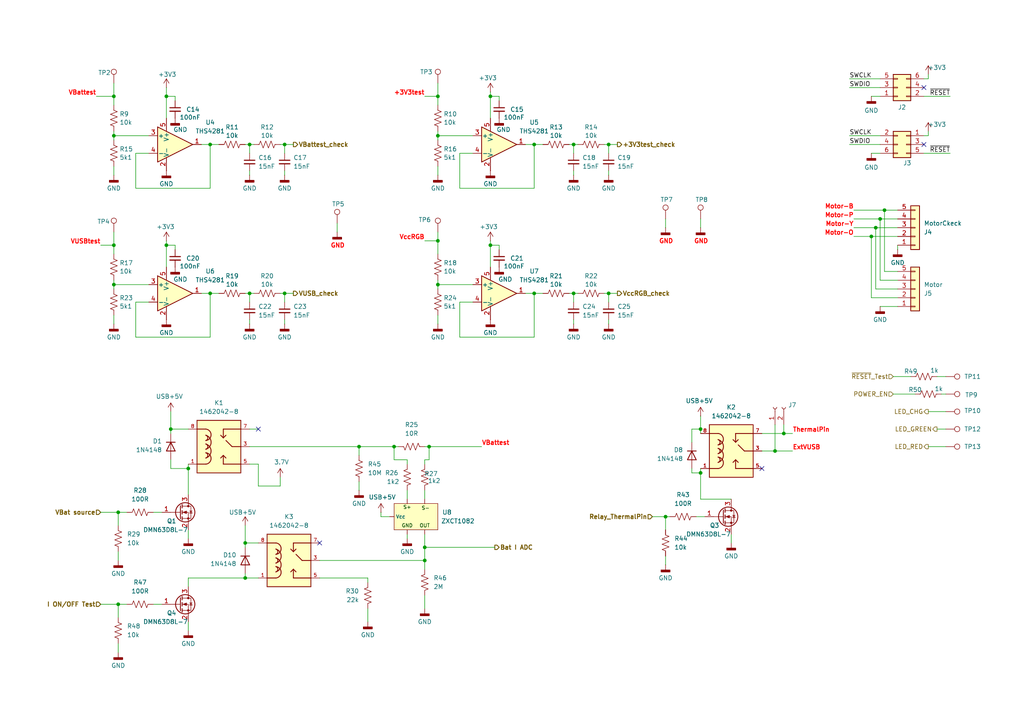
<source format=kicad_sch>
(kicad_sch (version 20250114) (generator "eeschema") (generator_version "9.0")
  (paper "A4")
  (junction (at 166.37 41.91))
  (junction (at 154.94 85.09))
  (junction (at 60.96 85.09))
  (junction (at 154.94 41.91))
  (junction (at 127 82.55))
  (junction (at 193.04 149.86))
  (junction (at 227.33 125.73))
  (junction (at 127 69.85))
  (junction (at 72.39 41.91))
  (junction (at 48.26 71.12))
  (junction (at 48.26 27.94))
  (junction (at 33.02 39.37))
  (junction (at 127 27.94))
  (junction (at 33.02 71.12))
  (junction (at 254 66.04))
  (junction (at 49.53 124.46))
  (junction (at 54.61 135.89))
  (junction (at 256.54 60.96))
  (junction (at 72.39 85.09))
  (junction (at 71.12 157.48))
  (junction (at 142.24 27.94))
  (junction (at 34.29 175.26))
  (junction (at 255.27 63.5))
  (junction (at 203.2 124.46))
  (junction (at 203.2 137.16))
  (junction (at 142.24 71.12))
  (junction (at 176.53 41.91))
  (junction (at 123.19 162.56))
  (junction (at 114.3 129.54))
  (junction (at 33.02 27.94))
  (junction (at 252.73 68.58))
  (junction (at 60.96 41.91))
  (junction (at 127 39.37))
  (junction (at 34.29 148.59))
  (junction (at 71.12 167.64))
  (junction (at 166.37 85.09))
  (junction (at 224.79 130.81))
  (junction (at 82.55 85.09))
  (junction (at 176.53 85.09))
  (junction (at 82.55 41.91))
  (junction (at 123.19 158.75))
  (junction (at 33.02 82.55))
  (junction (at 124.46 129.54))
  (junction (at 104.14 129.54))
  (no_connect (at 267.97 25.4))
  (no_connect (at 220.98 135.89))
  (no_connect (at 267.97 41.91))
  (no_connect (at 92.71 157.48))
  (no_connect (at 74.93 124.46))
  (wire (pts (xy 49.53 125.73) (xy 49.53 124.46)))
  (wire (pts (xy 166.37 41.91) (xy 165.1 41.91)))
  (wire (pts (xy 124.46 129.54) (xy 123.19 129.54)))
  (wire (pts (xy 74.93 134.62) (xy 74.93 140.97)))
  (wire (pts (xy 142.24 26.67) (xy 142.24 27.94)))
  (wire (pts (xy 34.29 186.69) (xy 34.29 189.23)))
  (wire (pts (xy 104.14 139.7) (xy 104.14 142.24)))
  (wire (pts (xy 154.94 85.09) (xy 157.48 85.09)))
  (wire (pts (xy 39.37 44.45) (xy 43.18 44.45)))
  (wire (pts (xy 127 27.94) (xy 127 30.48)))
  (wire (pts (xy 74.93 124.46) (xy 72.39 124.46)))
  (wire (pts (xy 127 81.28) (xy 127 82.55)))
  (wire (pts (xy 127 69.85) (xy 127 73.66)))
  (wire (pts (xy 255.27 25.4) (xy 246.38 25.4)))
  (wire (pts (xy 127 67.31) (xy 127 69.85)))
  (wire (pts (xy 127 48.26) (xy 127 50.8)))
  (wire (pts (xy 124.46 129.54) (xy 124.46 133.35)))
  (wire (pts (xy 201.93 149.86) (xy 204.47 149.86)))
  (wire (pts (xy 154.94 97.79) (xy 154.94 85.09)))
  (wire (pts (xy 33.02 71.12) (xy 33.02 73.66)))
  (wire (pts (xy 106.68 167.64) (xy 106.68 168.91)))
  (wire (pts (xy 133.35 87.63) (xy 133.35 97.79)))
  (wire (pts (xy 33.02 81.28) (xy 33.02 82.55)))
  (wire (pts (xy 54.61 156.21) (xy 54.61 153.67)))
  (wire (pts (xy 34.29 160.02) (xy 34.29 162.56)))
  (wire (pts (xy 50.8 29.21) (xy 50.8 27.94)))
  (wire (pts (xy 104.14 129.54) (xy 104.14 132.08)))
  (wire (pts (xy 259.08 109.22) (xy 264.16 109.22)))
  (wire (pts (xy 166.37 49.53) (xy 166.37 50.8)))
  (wire (pts (xy 124.46 129.54) (xy 139.7 129.54)))
  (wire (pts (xy 259.08 114.3) (xy 265.43 114.3)))
  (wire (pts (xy 252.73 44.45) (xy 255.27 44.45)))
  (wire (pts (xy 254 66.04) (xy 254 83.82)))
  (wire (pts (xy 166.37 85.09) (xy 166.37 87.63)))
  (wire (pts (xy 246.38 39.37) (xy 255.27 39.37)))
  (wire (pts (xy 123.19 154.94) (xy 123.19 158.75)))
  (wire (pts (xy 118.11 133.35) (xy 114.3 133.35)))
  (wire (pts (xy 34.29 148.59) (xy 36.83 148.59)))
  (wire (pts (xy 167.64 85.09) (xy 166.37 85.09)))
  (wire (pts (xy 60.96 85.09) (xy 63.5 85.09)))
  (wire (pts (xy 110.49 149.86) (xy 113.03 149.86)))
  (wire (pts (xy 71.12 167.64) (xy 71.12 166.37)))
  (wire (pts (xy 252.73 68.58) (xy 260.35 68.58)))
  (wire (pts (xy 133.35 97.79) (xy 154.94 97.79)))
  (wire (pts (xy 74.93 134.62) (xy 72.39 134.62)))
  (wire (pts (xy 267.97 44.45) (xy 275.59 44.45)))
  (wire (pts (xy 254 66.04) (xy 260.35 66.04)))
  (wire (pts (xy 33.02 24.13) (xy 33.02 27.94)))
  (wire (pts (xy 49.53 119.38) (xy 49.53 124.46)))
  (wire (pts (xy 73.66 85.09) (xy 72.39 85.09)))
  (wire (pts (xy 246.38 41.91) (xy 255.27 41.91)))
  (wire (pts (xy 255.27 63.5) (xy 255.27 81.28)))
  (wire (pts (xy 92.71 167.64) (xy 106.68 167.64)))
  (wire (pts (xy 123.19 158.75) (xy 123.19 162.56)))
  (wire (pts (xy 33.02 38.1) (xy 33.02 39.37)))
  (wire (pts (xy 39.37 97.79) (xy 60.96 97.79)))
  (wire (pts (xy 48.26 69.85) (xy 48.26 71.12)))
  (wire (pts (xy 133.35 44.45) (xy 137.16 44.45)))
  (wire (pts (xy 39.37 54.61) (xy 60.96 54.61)))
  (wire (pts (xy 114.3 133.35) (xy 114.3 129.54)))
  (wire (pts (xy 50.8 72.39) (xy 50.8 71.12)))
  (wire (pts (xy 274.32 114.3) (xy 273.05 114.3)))
  (wire (pts (xy 193.04 149.86) (xy 193.04 153.67)))
  (wire (pts (xy 247.65 63.5) (xy 255.27 63.5)))
  (wire (pts (xy 247.65 60.96) (xy 256.54 60.96)))
  (wire (pts (xy 49.53 135.89) (xy 49.53 133.35)))
  (wire (pts (xy 72.39 41.91) (xy 72.39 44.45)))
  (wire (pts (xy 54.61 182.88) (xy 54.61 180.34)))
  (wire (pts (xy 39.37 87.63) (xy 39.37 97.79)))
  (wire (pts (xy 176.53 49.53) (xy 176.53 50.8)))
  (wire (pts (xy 255.27 81.28) (xy 260.35 81.28)))
  (wire (pts (xy 54.61 167.64) (xy 71.12 167.64)))
  (wire (pts (xy 48.26 25.4) (xy 48.26 27.94)))
  (wire (pts (xy 92.71 162.56) (xy 123.19 162.56)))
  (wire (pts (xy 200.66 128.27) (xy 200.66 124.46)))
  (wire (pts (xy 269.24 22.86) (xy 267.97 22.86)))
  (wire (pts (xy 227.33 125.73) (xy 229.87 125.73)))
  (wire (pts (xy 60.96 54.61) (xy 60.96 41.91)))
  (wire (pts (xy 179.07 41.91) (xy 176.53 41.91)))
  (wire (pts (xy 58.42 41.91) (xy 60.96 41.91)))
  (wire (pts (xy 179.07 85.09) (xy 176.53 85.09)))
  (wire (pts (xy 144.78 29.21) (xy 144.78 27.94)))
  (wire (pts (xy 123.19 162.56) (xy 123.19 165.1)))
  (wire (pts (xy 54.61 135.89) (xy 54.61 134.62)))
  (wire (pts (xy 82.55 85.09) (xy 82.55 87.63)))
  (wire (pts (xy 72.39 85.09) (xy 72.39 87.63)))
  (wire (pts (xy 154.94 41.91) (xy 157.48 41.91)))
  (wire (pts (xy 269.24 129.54) (xy 274.32 129.54)))
  (wire (pts (xy 200.66 124.46) (xy 203.2 124.46)))
  (wire (pts (xy 189.23 149.86) (xy 193.04 149.86)))
  (wire (pts (xy 200.66 135.89) (xy 200.66 137.16)))
  (wire (pts (xy 29.21 175.26) (xy 34.29 175.26)))
  (wire (pts (xy 27.94 27.94) (xy 33.02 27.94)))
  (wire (pts (xy 247.65 68.58) (xy 252.73 68.58)))
  (wire (pts (xy 255.27 63.5) (xy 260.35 63.5)))
  (wire (pts (xy 152.4 41.91) (xy 154.94 41.91)))
  (wire (pts (xy 255.27 22.86) (xy 246.38 22.86)))
  (wire (pts (xy 58.42 85.09) (xy 60.96 85.09)))
  (wire (pts (xy 82.55 41.91) (xy 81.28 41.91)))
  (wire (pts (xy 252.73 86.36) (xy 260.35 86.36)))
  (wire (pts (xy 123.19 133.35) (xy 123.19 134.62)))
  (wire (pts (xy 39.37 87.63) (xy 43.18 87.63)))
  (wire (pts (xy 144.78 27.94) (xy 142.24 27.94)))
  (wire (pts (xy 127 91.44) (xy 127 93.98)))
  (wire (pts (xy 54.61 167.64) (xy 54.61 170.18)))
  (wire (pts (xy 203.2 120.65) (xy 203.2 124.46)))
  (wire (pts (xy 166.37 41.91) (xy 166.37 44.45)))
  (wire (pts (xy 269.24 21.59) (xy 269.24 22.86)))
  (wire (pts (xy 144.78 71.12) (xy 142.24 71.12)))
  (wire (pts (xy 33.02 82.55) (xy 33.02 83.82)))
  (wire (pts (xy 212.09 157.48) (xy 212.09 154.94)))
  (wire (pts (xy 33.02 91.44) (xy 33.02 93.98)))
  (wire (pts (xy 252.73 68.58) (xy 252.73 86.36)))
  (wire (pts (xy 110.49 148.59) (xy 110.49 149.86)))
  (wire (pts (xy 44.45 175.26) (xy 46.99 175.26)))
  (wire (pts (xy 133.35 54.61) (xy 154.94 54.61)))
  (wire (pts (xy 85.09 85.09) (xy 82.55 85.09)))
  (wire (pts (xy 152.4 85.09) (xy 154.94 85.09)))
  (wire (pts (xy 176.53 85.09) (xy 176.53 87.63)))
  (wire (pts (xy 72.39 92.71) (xy 72.39 93.98)))
  (wire (pts (xy 29.21 71.12) (xy 33.02 71.12)))
  (wire (pts (xy 49.53 135.89) (xy 54.61 135.89)))
  (wire (pts (xy 142.24 71.12) (xy 142.24 77.47)))
  (wire (pts (xy 252.73 27.94) (xy 255.27 27.94)))
  (wire (pts (xy 44.45 148.59) (xy 46.99 148.59)))
  (wire (pts (xy 256.54 60.96) (xy 256.54 78.74)))
  (wire (pts (xy 106.68 176.53) (xy 106.68 180.34)))
  (wire (pts (xy 118.11 142.24) (xy 118.11 144.78)))
  (wire (pts (xy 82.55 92.71) (xy 82.55 93.98)))
  (wire (pts (xy 127 39.37) (xy 127 40.64)))
  (wire (pts (xy 254 83.82) (xy 260.35 83.82)))
  (wire (pts (xy 97.79 67.31) (xy 97.79 64.77)))
  (wire (pts (xy 247.65 66.04) (xy 254 66.04)))
  (wire (pts (xy 123.19 158.75) (xy 143.51 158.75)))
  (wire (pts (xy 33.02 67.31) (xy 33.02 71.12)))
  (wire (pts (xy 144.78 72.39) (xy 144.78 71.12)))
  (wire (pts (xy 274.32 124.46) (xy 271.78 124.46)))
  (wire (pts (xy 33.02 39.37) (xy 43.18 39.37)))
  (wire (pts (xy 203.2 137.16) (xy 203.2 144.78)))
  (wire (pts (xy 60.96 97.79) (xy 60.96 85.09)))
  (wire (pts (xy 124.46 133.35) (xy 123.19 133.35)))
  (wire (pts (xy 224.79 130.81) (xy 229.87 130.81)))
  (wire (pts (xy 220.98 125.73) (xy 227.33 125.73)))
  (wire (pts (xy 256.54 60.96) (xy 260.35 60.96)))
  (wire (pts (xy 82.55 41.91) (xy 82.55 44.45)))
  (wire (pts (xy 203.2 144.78) (xy 212.09 144.78)))
  (wire (pts (xy 200.66 137.16) (xy 203.2 137.16)))
  (wire (pts (xy 72.39 41.91) (xy 71.12 41.91)))
  (wire (pts (xy 82.55 49.53) (xy 82.55 50.8)))
  (wire (pts (xy 33.02 27.94) (xy 33.02 30.48)))
  (wire (pts (xy 193.04 149.86) (xy 194.31 149.86)))
  (wire (pts (xy 54.61 135.89) (xy 54.61 143.51)))
  (wire (pts (xy 269.24 38.1) (xy 269.24 39.37)))
  (wire (pts (xy 274.32 119.38) (xy 269.24 119.38)))
  (wire (pts (xy 203.2 124.46) (xy 203.2 125.73)))
  (wire (pts (xy 176.53 41.91) (xy 175.26 41.91)))
  (wire (pts (xy 81.28 140.97) (xy 81.28 138.43)))
  (wire (pts (xy 154.94 54.61) (xy 154.94 41.91)))
  (wire (pts (xy 33.02 39.37) (xy 33.02 40.64)))
  (wire (pts (xy 193.04 161.29) (xy 193.04 163.83)))
  (wire (pts (xy 275.59 27.94) (xy 267.97 27.94)))
  (wire (pts (xy 50.8 27.94) (xy 48.26 27.94)))
  (wire (pts (xy 71.12 152.4) (xy 71.12 157.48)))
  (wire (pts (xy 29.21 148.59) (xy 34.29 148.59)))
  (wire (pts (xy 33.02 48.26) (xy 33.02 50.8)))
  (wire (pts (xy 220.98 130.81) (xy 224.79 130.81)))
  (wire (pts (xy 118.11 156.21) (xy 118.11 154.94)))
  (wire (pts (xy 260.35 72.39) (xy 260.35 71.12)))
  (wire (pts (xy 133.35 44.45) (xy 133.35 54.61)))
  (wire (pts (xy 166.37 92.71) (xy 166.37 93.98)))
  (wire (pts (xy 123.19 142.24) (xy 123.19 144.78)))
  (wire (pts (xy 34.29 175.26) (xy 34.29 179.07)))
  (wire (pts (xy 118.11 134.62) (xy 118.11 133.35)))
  (wire (pts (xy 114.3 129.54) (xy 115.57 129.54)))
  (wire (pts (xy 193.04 66.04) (xy 193.04 63.5)))
  (wire (pts (xy 72.39 49.53) (xy 72.39 50.8)))
  (wire (pts (xy 224.79 123.19) (xy 224.79 130.81)))
  (wire (pts (xy 34.29 148.59) (xy 34.29 152.4)))
  (wire (pts (xy 71.12 157.48) (xy 71.12 158.75)))
  (wire (pts (xy 127 24.13) (xy 127 27.94)))
  (wire (pts (xy 85.09 41.91) (xy 82.55 41.91)))
  (wire (pts (xy 123.19 176.53) (xy 123.19 172.72)))
  (wire (pts (xy 176.53 85.09) (xy 175.26 85.09)))
  (wire (pts (xy 274.32 109.22) (xy 271.78 109.22)))
  (wire (pts (xy 203.2 135.89) (xy 203.2 137.16)))
  (wire (pts (xy 255.27 88.9) (xy 260.35 88.9)))
  (wire (pts (xy 142.24 69.85) (xy 142.24 71.12)))
  (wire (pts (xy 123.19 27.94) (xy 127 27.94)))
  (wire (pts (xy 127 38.1) (xy 127 39.37)))
  (wire (pts (xy 269.24 39.37) (xy 267.97 39.37)))
  (wire (pts (xy 50.8 71.12) (xy 48.26 71.12)))
  (wire (pts (xy 39.37 44.45) (xy 39.37 54.61)))
  (wire (pts (xy 227.33 123.19) (xy 227.33 125.73)))
  (wire (pts (xy 34.29 175.26) (xy 36.83 175.26)))
  (wire (pts (xy 72.39 129.54) (xy 104.14 129.54)))
  (wire (pts (xy 176.53 92.71) (xy 176.53 93.98)))
  (wire (pts (xy 60.96 41.91) (xy 63.5 41.91)))
  (wire (pts (xy 49.53 124.46) (xy 54.61 124.46)))
  (wire (pts (xy 33.02 82.55) (xy 43.18 82.55)))
  (wire (pts (xy 127 39.37) (xy 137.16 39.37)))
  (wire (pts (xy 176.53 41.91) (xy 176.53 44.45)))
  (wire (pts (xy 142.24 27.94) (xy 142.24 34.29)))
  (wire (pts (xy 82.55 85.09) (xy 81.28 85.09)))
  (wire (pts (xy 48.26 27.94) (xy 48.26 34.29)))
  (wire (pts (xy 74.93 167.64) (xy 71.12 167.64)))
  (wire (pts (xy 72.39 85.09) (xy 71.12 85.09)))
  (wire (pts (xy 48.26 71.12) (xy 48.26 77.47)))
  (wire (pts (xy 256.54 78.74) (xy 260.35 78.74)))
  (wire (pts (xy 123.19 69.85) (xy 127 69.85)))
  (wire (pts (xy 73.66 41.91) (xy 72.39 41.91)))
  (wire (pts (xy 203.2 66.04) (xy 203.2 63.5)))
  (wire (pts (xy 127 82.55) (xy 127 83.82)))
  (wire (pts (xy 166.37 85.09) (xy 165.1 85.09)))
  (wire (pts (xy 74.93 140.97) (xy 81.28 140.97)))
  (wire (pts (xy 167.64 41.91) (xy 166.37 41.91)))
  (wire (pts (xy 127 82.55) (xy 137.16 82.55)))
  (wire (pts (xy 104.14 129.54) (xy 114.3 129.54)))
  (wire (pts (xy 74.93 157.48) (xy 71.12 157.48)))
  (wire (pts (xy 133.35 87.63) (xy 137.16 87.63)))
  (label "+3V3test" (at 123.19 27.94 180) (effects (font (thickness 0.254) (bold yes))))
  (label "SWCLK" (at 246.38 22.86 0))
  (label "SWCLK" (at 246.38 39.37 0))
  (label "Motor-Y" (at 247.65 66.04 180) (effects (font (thickness 0.254) (bold yes))))
  (label "VUSBtest" (at 29.21 71.12 180) (effects (font (thickness 0.254) (bold yes))))
  (label "VBattest" (at 139.7 129.54 0) (effects (font (thickness 0.254) (bold yes))))
  (label "VccRGB" (at 123.19 69.85 180) (effects (font (thickness 0.254) (bold yes))))
  (label "Motor-P" (at 247.65 63.5 180) (effects (font (thickness 0.254) (bold yes))))
  (label "Motor-O" (at 247.65 68.58 180) (effects (font (thickness 0.254) (bold yes))))
  (label "ExtVUSB" (at 229.87 130.81 0) (effects (font (thickness 0.254) (bold yes))))
  (label "Motor-B" (at 247.65 60.96 180) (effects (font (thickness 0.254) (bold yes))))
  (label "SWDIO" (at 246.38 25.4 0))
  (label "~{RESET}" (at 275.59 27.94 180))
  (label "~{RESET}" (at 275.59 44.45 180))
  (label "VBattest" (at 27.94 27.94 180) (effects (font (thickness 0.254) (bold yes))))
  (label "ThermalPin" (at 229.87 125.73 0) (effects (font (thickness 0.254) (bold yes))))
  (label "SWDIO" (at 246.38 41.91 0))
  (hierarchical_label "LED_RED" (shape output) (at 269.24 129.54 180) (effects (font (thickness 0.1588))))
  (hierarchical_label "+3V3test_check" (shape output) (at 179.07 41.91 0) (effects (font (thickness 0.254) (bold yes))))
  (hierarchical_label "~{RESET}_Test" (shape input) (at 259.08 109.22 180) (effects (font (thickness 0.1588))))
  (hierarchical_label "VBat source" (shape input) (at 29.21 148.59 180) (effects (font (thickness 0.254) (bold yes))))
  (hierarchical_label "POWER_EN" (shape input) (at 259.08 114.3 180) (effects (font (thickness 0.1588))))
  (hierarchical_label "VccRGB_check" (shape output) (at 179.07 85.09 0) (effects (font (thickness 0.254) (bold yes))))
  (hierarchical_label "LED_GREEN" (shape output) (at 271.78 124.46 180) (effects (font (thickness 0.1588))))
  (hierarchical_label "Bat I ADC " (shape output) (at 143.51 158.75 0) (effects (font (thickness 0.254) (bold yes))))
  (hierarchical_label "LED_CHG" (shape output) (at 269.24 119.38 180) (effects (font (thickness 0.1588))))
  (hierarchical_label "I ON{slash}OFF Test" (shape input) (at 29.21 175.26 180) (effects (font (thickness 0.254) (bold yes))))
  (hierarchical_label "Relay_ThermalPin" (shape input) (at 189.23 149.86 180) (effects (font (thickness 0.254) (bold yes))))
  (hierarchical_label "VBattest_check" (shape output) (at 85.09 41.91 0) (effects (font (thickness 0.254) (bold yes))))
  (hierarchical_label "VUSB_check" (shape output) (at 85.09 85.09 0) (effects (font (thickness 0.254) (bold yes))))
  (symbol (lib_id "power:+5V") (at 203.2 120.65 0) (mirror y) (unit 1)
    (property "Reference" "#PWR091" (effects (hide yes)))
    (property "Value" "USB+5V" (at 202.819 116.2558 0))
    (property "Description" "Power symbol creates a global label with name \"+5V\"" (effects (hide yes)))
  )
  (symbol (lib_id "power:GNDD") (at 255.27 88.9 0) (unit 1)
    (property "Reference" "#PWR056" (effects (hide yes)))
    (property "Value" "GND" (at 255.27 92.71 0))
    (property "Description" "Power symbol creates a global label with name \"GNDD\" , digital ground" (effects (hide yes)))
  )
  (symbol (lib_id "FED3 SymbLib:THS4281DBVT") (at 144.78 41.91 0) (unit 1)
    (property "Reference" "U5" (at 154.94 35.4898 0))
    (property "Value" "THS4281" (at 154.94 38.0298 0))
    (property "Footprint" "Package_TO_SOT_SMD:SOT-23-5" (effects (hide yes)))
    (property "Description" "OPAMP VFB 1 CIRCUIT" (effects (hide yes)))
    (property "MPN" "THS4281DBVT" (effects (hide yes)))
    (property "OEPSPN" "OEPS080038" (effects (hide yes)))
  )
  (symbol (lib_id "Device:R_US") (at 104.14 135.89 180) (unit 1)
    (property "Reference" "R45" (at 106.68 134.6199 0) (effects (justify right)))
    (property "Value" "10M" (at 106.68 137.1599 0) (effects (justify right)))
    (property "Footprint" "Resistor_SMD:R_0402_1005Metric" (effects (hide yes)))
    (property "Description" "SMD 0402 10kΩ ±0.1% 0.063W" (effects (hide yes)))
    (property "MPN" "b6ryh" (effects (hide yes)))
    (property "OEPSPN" "456yert" (effects (hide yes)))
  )
  (symbol (lib_id "Connector_Generic:Conn_01x05") (at 265.43 66.04 0) (mirror x) (unit 1)
    (property "Reference" "J4" (at 267.97 67.3101 0) (effects (justify left)))
    (property "Value" "MotorCkeck" (at 267.97 64.7701 0) (effects (justify left)))
    (property "Footprint" "Connector_PinSocket_2.54mm:PinSocket_1x05_P2.54mm_Vertical" (effects (hide yes)))
    (property "Description" "Generic connector, single row, 01x05, script generated (kicad-library-utils/schlib/autogen/connector/)" (effects (hide yes)))
    (property "OEPSPN" "TBD" (effects (hide yes)))
    (property "MPN" "TBD" (effects (hide yes)))
  )
  (symbol (lib_id "power:GNDD") (at 34.29 162.56 0) (unit 1)
    (property "Reference" "#PWR059" (effects (hide yes)))
    (property "Value" "GND" (at 34.29 166.37 0))
    (property "Description" "Power symbol creates a global label with name \"GNDD\" , digital ground" (effects (hide yes)))
  )
  (symbol (lib_id "Connector:TestPoint") (at 274.32 119.38 270) (unit 1) (in_bom no)
    (property "Reference" "TP10" (at 279.654 119.126 90) (effects (justify left)))
    (property "Value" "GND" (effects (hide yes)))
    (property "Footprint" "FED3_PCBLib:Pin_D1.75mm_1" (effects (hide yes)))
  )
  (symbol (lib_id "Device:R_US") (at 33.02 77.47 180) (unit 1)
    (property "Reference" "R17" (at 34.671 76.2578 0) (effects (justify right)))
    (property "Value" "10k" (at 34.671 78.6821 0) (effects (justify right)))
    (property "Footprint" "Resistor_SMD:R_0402_1005Metric" (effects (hide yes)))
    (property "Description" "SMD 0402 10kΩ ±0.1% 0.063W" (effects (hide yes)))
    (property "MPN" "CPF0402B10KE1" (effects (hide yes)))
    (property "OEPSPN" "OEPS020043" (effects (hide yes)))
  )
  (symbol (lib_id "power:GNDD") (at 97.79 67.31 0) (unit 1)
    (property "Reference" "#PWR039" (effects (hide yes)))
    (property "Value" "GND" (at 95.758 71.12 0) (effects (font (thickness 0.254) (bold yes)) (justify left)))
    (property "Description" "Power symbol creates a global label with name \"GNDD\" , digital ground" (effects (hide yes)))
  )
  (symbol (lib_id "power:GNDD") (at 33.02 93.98 0) (unit 1)
    (property "Reference" "#PWR046" (effects (hide yes)))
    (property "Value" "GND" (at 33.02 97.79 0))
    (property "Description" "Power symbol creates a global label with name \"GNDD\" , digital ground" (effects (hide yes)))
  )
  (symbol (lib_id "power:GNDD") (at 72.39 93.98 0) (unit 1)
    (property "Reference" "#PWR047" (effects (hide yes)))
    (property "Value" "GND" (at 72.39 97.79 0))
    (property "Description" "Power symbol creates a global label with name \"GNDD\" , digital ground" (effects (hide yes)))
  )
  (symbol (lib_id "Device:R_US") (at 161.29 85.09 90) (unit 1)
    (property "Reference" "R21" (at 161.29 80.0565 90))
    (property "Value" "10k" (at 161.29 82.4808 90))
    (property "Footprint" "Resistor_SMD:R_0402_1005Metric" (effects (hide yes)))
    (property "Description" "SMD 0402 10kΩ ±0.1% 0.063W" (effects (hide yes)))
    (property "MPN" "CPF0402B10KE1" (effects (hide yes)))
    (property "OEPSPN" "OEPS020043" (effects (hide yes)))
  )
  (symbol (lib_id "power:GNDD") (at 54.61 156.21 0) (unit 1)
    (property "Reference" "#PWR057" (effects (hide yes)))
    (property "Value" "GND" (at 54.61 160.02 0))
    (property "Description" "Power symbol creates a global label with name \"GNDD\" , digital ground" (effects (hide yes)))
  )
  (symbol (lib_id "Device:R_US") (at 193.04 157.48 180) (unit 1)
    (property "Reference" "R44" (at 195.58 156.2099 0) (effects (justify right)))
    (property "Value" "10k" (at 195.58 158.7499 0) (effects (justify right)))
    (property "Footprint" "Resistor_SMD:R_0402_1005Metric" (effects (hide yes)))
    (property "Description" "SMD 0402 10kΩ ±0.1% 0.063W" (effects (hide yes)))
    (property "MPN" "CPF0402B10KE1" (effects (hide yes)))
    (property "OEPSPN" "CPF0402B10KE1" (effects (hide yes)))
  )
  (symbol (lib_id "Device:R_US") (at 269.24 114.3 90) (unit 1)
    (property "Reference" "R50" (at 265.43 113.03 90))
    (property "Value" "1k" (at 272.288 112.776 90))
    (property "Footprint" "Resistor_SMD:R_0402_1005Metric" (effects (hide yes)))
    (property "Description" "SMD 0402 1kΩ ±0.1% 0.063W" (effects (hide yes)))
    (property "MPN" "xxx" (effects (hide yes)))
    (property "OEPSPN" "???" (effects (hide yes)))
  )
  (symbol (lib_id "Device:R_US") (at 127 34.29 180) (unit 1)
    (property "Reference" "R10" (at 128.651 33.0778 0) (effects (justify right)))
    (property "Value" "10k" (at 128.651 35.5021 0) (effects (justify right)))
    (property "Footprint" "Resistor_SMD:R_0402_1005Metric" (effects (hide yes)))
    (property "Description" "SMD 0402 10kΩ ±0.1% 0.063W" (effects (hide yes)))
    (property "MPN" "CPF0402B10KE1" (effects (hide yes)))
    (property "OEPSPN" "OEPS020043" (effects (hide yes)))
  )
  (symbol (lib_id "Device:R_US") (at 67.31 85.09 90) (unit 1)
    (property "Reference" "R19" (at 67.31 80.0565 90))
    (property "Value" "10k" (at 67.31 82.4808 90))
    (property "Footprint" "Resistor_SMD:R_0402_1005Metric" (effects (hide yes)))
    (property "Description" "SMD 0402 10kΩ ±0.1% 0.063W" (effects (hide yes)))
    (property "MPN" "CPF0402B10KE1" (effects (hide yes)))
    (property "OEPSPN" "OEPS020043" (effects (hide yes)))
  )
  (symbol (lib_id "Device:R_US") (at 171.45 85.09 90) (unit 1)
    (property "Reference" "R22" (at 171.45 80.0565 90))
    (property "Value" "10k" (at 171.45 82.4808 90))
    (property "Footprint" "Resistor_SMD:R_0402_1005Metric" (effects (hide yes)))
    (property "Description" "SMD 0402 10kΩ ±0.1% 0.063W" (effects (hide yes)))
    (property "MPN" "CPF0402B10KE1" (effects (hide yes)))
    (property "OEPSPN" "OEPS020043" (effects (hide yes)))
  )
  (symbol (lib_id "power:+3V3") (at 269.24 38.1 0) (mirror y) (unit 1)
    (property "Reference" "#+3V02" (effects (hide yes)))
    (property "Value" "+3V3" (at 271.78 36.83 0) (effects (justify bottom)))
  )
  (symbol (lib_id "power:GNDD") (at 142.24 49.53 0) (unit 1)
    (property "Reference" "#PWR031" (effects (hide yes)))
    (property "Value" "GND" (at 142.24 53.34 0))
    (property "Description" "Power symbol creates a global label with name \"GNDD\" , digital ground" (effects (hide yes)))
  )
  (symbol (lib_id "Connector:TestPoint") (at 274.32 129.54 270) (unit 1) (in_bom no)
    (property "Reference" "TP13" (at 279.654 129.54 90) (effects (justify left)))
    (property "Value" "GND" (effects (hide yes)))
    (property "Footprint" "FED3_PCBLib:Pin_D1.75mm_1" (effects (hide yes)))
  )
  (symbol (lib_id "Device:R_US") (at 127 77.47 180) (unit 1)
    (property "Reference" "R18" (at 128.651 76.2578 0) (effects (justify right)))
    (property "Value" "10k" (at 128.651 78.6821 0) (effects (justify right)))
    (property "Footprint" "Resistor_SMD:R_0402_1005Metric" (effects (hide yes)))
    (property "Description" "SMD 0402 10kΩ ±0.1% 0.063W" (effects (hide yes)))
    (property "MPN" "CPF0402B10KE1" (effects (hide yes)))
    (property "OEPSPN" "OEPS020043" (effects (hide yes)))
  )
  (symbol (lib_id "FED3 SymbLib:THS4281DBVT") (at 50.8 85.09 0) (unit 1)
    (property "Reference" "U6" (at 60.96 78.6698 0))
    (property "Value" "THS4281" (at 60.96 81.2098 0))
    (property "Footprint" "Package_TO_SOT_SMD:SOT-23-5" (effects (hide yes)))
    (property "Description" "OPAMP VFB 1 CIRCUIT" (effects (hide yes)))
    (property "MPN" "THS4281DBVT" (effects (hide yes)))
    (property "OEPSPN" "OEPS080038" (effects (hide yes)))
  )
  (symbol (lib_id "Device:R_US") (at 123.19 138.43 0) (mirror x) (unit 1)
    (property "Reference" "R27" (at 127 137.414 0) (effects (justify right)))
    (property "Value" "1k2" (at 127.762 139.446 0) (effects (justify right)))
    (property "Footprint" "Resistor_SMD:R_0603_1608Metric" (effects (hide yes)))
    (property "Description" "SMD 0603 1.87kΩ ±0.1% 0.100W" (effects (hide yes)))
    (property "MPN" "aerg" (effects (hide yes)))
    (property "OEPSPN" "gedg" (effects (hide yes)))
  )
  (symbol (lib_id "Transistor_FET:IRLML2060") (at 52.07 175.26 0) (unit 1)
    (property "Reference" "Q4" (at 49.784 177.8 0))
    (property "Value" "DMN63D8L-7" (at 48.006 180.34 0))
    (property "Footprint" "Package_TO_SOT_SMD:SOT-23" (effects (hide yes)))
    (property "Description" "MOSFET N-CH 30V 350mA" (effects (hide yes)))
    (property "OEPSPN" "OEPS060013" (effects (hide yes)))
    (property "MPN" "DMN63D8L-7" (effects (hide yes)))
  )
  (symbol (lib_id "Device:C_Small") (at 72.39 90.17 0) (mirror y) (unit 1)
    (property "Reference" "C22" (at 74.93 88.9062 0) (effects (justify right)))
    (property "Value" "15nF" (at 74.93 91.4462 0) (effects (justify right)))
    (property "Footprint" "Capacitor_SMD:C_0402_1005Metric_Pad0.74x0.62mm_HandSolder" (effects (hide yes)))
    (property "Description" "Unpolarized capacitor, small symbol" (effects (hide yes)))
    (property "MPN" "CGA2B3X7R1V153K050BB" (effects (hide yes)))
    (property "OEPSPN" "OEPS010023" (effects (hide yes)))
  )
  (symbol (lib_id "Device:R_US") (at 127 44.45 180) (unit 1)
    (property "Reference" "R16" (at 128.651 43.2378 0) (effects (justify right)))
    (property "Value" "5k1" (at 128.651 45.6621 0) (effects (justify right)))
    (property "Footprint" "Resistor_SMD:R_0402_1005Metric" (effects (hide yes)))
    (property "Description" "SMD 0402 5.1kΩ ±1% 0.100W" (effects (hide yes)))
    (property "MPN" "ERJ-2RKF5101X" (effects (hide yes)))
    (property "OEPSPN" "OEPS020173" (effects (hide yes)))
  )
  (symbol (lib_id "Device:C_Small") (at 176.53 90.17 0) (mirror y) (unit 1)
    (property "Reference" "C25" (at 179.07 88.9062 0) (effects (justify right)))
    (property "Value" "15nF" (at 179.07 91.4462 0) (effects (justify right)))
    (property "Footprint" "Capacitor_SMD:C_0402_1005Metric_Pad0.74x0.62mm_HandSolder" (effects (hide yes)))
    (property "Description" "Unpolarized capacitor, small symbol" (effects (hide yes)))
    (property "MPN" "CGA2B3X7R1V153K050BB" (effects (hide yes)))
    (property "OEPSPN" "OEPS010023" (effects (hide yes)))
  )
  (symbol (lib_id "Connector:TestPoint") (at 33.02 67.31 0) (unit 1) (in_bom no)
    (property "Reference" "TP4" (at 28.194 64.262 0) (effects (justify left)))
    (property "Value" "VUSBtest" (effects (hide yes)))
    (property "Footprint" "FED3_PCBLib:Pin_D1.75mm_1" (effects (hide yes)))
    (property "Description" "test point" (effects (hide yes)))
  )
  (symbol (lib_id "Device:R_US") (at 171.45 41.91 90) (unit 1)
    (property "Reference" "R14" (at 171.45 36.8765 90))
    (property "Value" "10k" (at 171.45 39.3008 90))
    (property "Footprint" "Resistor_SMD:R_0402_1005Metric" (effects (hide yes)))
    (property "Description" "SMD 0402 10kΩ ±0.1% 0.063W" (effects (hide yes)))
    (property "MPN" "CPF0402B10KE1" (effects (hide yes)))
    (property "OEPSPN" "OEPS020043" (effects (hide yes)))
  )
  (symbol (lib_id "power:GNDD") (at 54.61 182.88 0) (unit 1)
    (property "Reference" "#PWR098" (effects (hide yes)))
    (property "Value" "GND" (at 54.61 186.69 0))
    (property "Description" "Power symbol creates a global label with name \"GNDD\" , digital ground" (effects (hide yes)))
  )
  (symbol (lib_id "Connector_Generic:Conn_01x05") (at 265.43 83.82 0) (mirror x) (unit 1)
    (property "Reference" "J5" (at 267.97 85.0901 0) (effects (justify left)))
    (property "Value" "Motor" (at 267.97 82.5501 0) (effects (justify left)))
    (property "Footprint" "Connector_PinSocket_2.54mm:PinSocket_1x05_P2.54mm_Horizontal" (effects (hide yes)))
    (property "Description" "Generic connector, single row, 01x05, script generated (kicad-library-utils/schlib/autogen/connector/)" (effects (hide yes)))
    (property "OEPSPN" "TBD" (effects (hide yes)))
    (property "MPN" "TBD" (effects (hide yes)))
  )
  (symbol (lib_id "Diode:1N4148W") (at 71.12 162.56 270) (unit 1)
    (property "Reference" "D10" (at 68.58 160.9724 90) (effects (justify right)))
    (property "Value" "1N4148" (at 68.58 163.5124 90) (effects (justify right)))
    (property "Footprint" "Diode_SMD:D_SOD-123" (effects (hide yes)))
    (property "Datasheet" "https://www.vishay.com/docs/85748/1n4148w.pdf" (effects (hide yes)))
    (property "Description" "75V 0.15A Fast Switching Diode, SOD-123" (effects (hide yes)))
    (property "OEPSPN" "OEPS030017" (effects (hide yes)))
    (property "MPN" "1N4148WX-TP" (effects (hide yes)))
    (property "Sim.Device" "D" (effects (hide yes)))
    (property "Sim.Pins" "1=K 2=A" (effects (hide yes)))
  )
  (symbol (lib_id "FED3 SymbLib:THS4281DBVT") (at 50.8 41.91 0) (unit 1)
    (property "Reference" "U4" (at 60.96 35.4898 0))
    (property "Value" "THS4281" (at 60.96 38.0298 0))
    (property "Footprint" "Package_TO_SOT_SMD:SOT-23-5" (effects (hide yes)))
    (property "Description" "OPAMP VFB 1 CIRCUIT" (effects (hide yes)))
    (property "MPN" "THS4281DBVT" (effects (hide yes)))
    (property "OEPSPN" "OEPS080038" (effects (hide yes)))
  )
  (symbol (lib_id "Device:C_Small") (at 144.78 31.75 0) (mirror y) (unit 1)
    (property "Reference" "C15" (at 151.892 31.75 0) (effects (justify left)))
    (property "Value" "100nF" (at 152.146 34.036 0) (effects (justify left)))
    (property "Footprint" "Capacitor_SMD:C_0402_1005Metric_Pad0.74x0.62mm_HandSolder" (effects (hide yes)))
    (property "Description" "Unpolarized capacitor, small symbol" (effects (hide yes)))
    (property "MPN" "C1005X7R1E104K050BB" (effects (hide yes)))
    (property "OEPSPN" "OEPS010050" (effects (hide yes)))
  )
  (symbol (lib_id "power:GNDD") (at 104.14 142.24 0) (unit 1)
    (property "Reference" "#PWR097" (effects (hide yes)))
    (property "Value" "GND" (at 104.14 146.05 0))
    (property "Description" "Power symbol creates a global label with name \"GNDD\" , digital ground" (effects (hide yes)))
  )
  (symbol (lib_id "power:GNDD") (at 82.55 93.98 0) (unit 1)
    (property "Reference" "#PWR048" (effects (hide yes)))
    (property "Value" "GND" (at 82.55 97.79 0))
    (property "Description" "Power symbol creates a global label with name \"GNDD\" , digital ground" (effects (hide yes)))
  )
  (symbol (lib_id "Device:R_US") (at 198.12 149.86 90) (unit 1)
    (property "Reference" "R43" (at 198.12 143.51 90))
    (property "Value" "100R" (at 198.12 146.05 90))
    (property "Footprint" "Resistor_SMD:R_0402_1005Metric" (effects (hide yes)))
    (property "Description" "SMD 0402 10kΩ ±0.1% 0.063W" (effects (hide yes)))
    (property "MPN" "??" (effects (hide yes)))
    (property "OEPSPN" "??" (effects (hide yes)))
  )
  (symbol (lib_id "Device:R_US") (at 119.38 129.54 90) (mirror x) (unit 1)
    (property "Reference" "R25" (at 119.38 123.19 90))
    (property "Value" "10R" (at 119.38 125.73 90))
    (property "Footprint" "Resistor_SMD:R_0402_1005Metric" (effects (hide yes)))
    (property "Description" "xx" (effects (hide yes)))
    (property "MPN" "xx" (effects (hide yes)))
    (property "OEPSPN" "xx" (effects (hide yes)))
  )
  (symbol (lib_id "Connector:TestPoint") (at 193.04 63.5 0) (unit 1) (in_bom no)
    (property "Reference" "TP7" (at 191.516 57.912 0) (effects (justify left)))
    (property "Value" "GND" (effects (hide yes)))
    (property "Footprint" "FED3_PCBLib:Pin_D1.75mm_1" (effects (hide yes)))
  )
  (symbol (lib_id "Device:R_US") (at 67.31 41.91 90) (unit 1)
    (property "Reference" "R11" (at 67.31 36.8765 90))
    (property "Value" "10k" (at 67.31 39.3008 90))
    (property "Footprint" "Resistor_SMD:R_0402_1005Metric" (effects (hide yes)))
    (property "Description" "SMD 0402 10kΩ ±0.1% 0.063W" (effects (hide yes)))
    (property "MPN" "CPF0402B10KE1" (effects (hide yes)))
    (property "OEPSPN" "OEPS020043" (effects (hide yes)))
  )
  (symbol (lib_id "Device:R_US") (at 77.47 85.09 90) (unit 1)
    (property "Reference" "R20" (at 77.47 80.0565 90))
    (property "Value" "10k" (at 77.47 82.4808 90))
    (property "Footprint" "Resistor_SMD:R_0402_1005Metric" (effects (hide yes)))
    (property "Description" "SMD 0402 10kΩ ±0.1% 0.063W" (effects (hide yes)))
    (property "MPN" "CPF0402B10KE1" (effects (hide yes)))
    (property "OEPSPN" "OEPS020043" (effects (hide yes)))
  )
  (symbol (lib_id "power:GNDD") (at 212.09 157.48 0) (unit 1)
    (property "Reference" "#PWR092" (effects (hide yes)))
    (property "Value" "GND" (at 212.09 161.29 0))
    (property "Description" "Power symbol creates a global label with name \"GNDD\" , digital ground" (effects (hide yes)))
  )
  (symbol (lib_id "Diode:1N4148W") (at 49.53 129.54 270) (unit 1)
    (property "Reference" "D1" (at 46.99 127.9524 90) (effects (justify right)))
    (property "Value" "1N4148" (at 46.99 130.4924 90) (effects (justify right)))
    (property "Footprint" "Diode_SMD:D_SOD-123" (effects (hide yes)))
    (property "Datasheet" "https://www.vishay.com/docs/85748/1n4148w.pdf" (effects (hide yes)))
    (property "Description" "75V 0.15A Fast Switching Diode, SOD-123" (effects (hide yes)))
    (property "OEPSPN" "OEPS030017" (effects (hide yes)))
    (property "MPN" "1N4148WX-TP" (effects (hide yes)))
    (property "Sim.Device" "D" (effects (hide yes)))
    (property "Sim.Pins" "1=K 2=A" (effects (hide yes)))
  )
  (symbol (lib_id "power:GNDD") (at 252.73 27.94 0) (unit 1)
    (property "Reference" "#PWR029" (effects (hide yes)))
    (property "Value" "GND" (at 252.73 32.766 0) (effects (justify bottom)))
    (property "Description" "Power symbol creates a global label with name \"GNDD\" , digital ground" (effects (hide yes)))
  )
  (symbol (lib_id "power:GNDD") (at 34.29 189.23 0) (unit 1)
    (property "Reference" "#PWR099" (effects (hide yes)))
    (property "Value" "GND" (at 34.29 193.04 0))
    (property "Description" "Power symbol creates a global label with name \"GNDD\" , digital ground" (effects (hide yes)))
  )
  (symbol (lib_id "Connector:TestPoint") (at 274.32 124.46 270) (unit 1) (in_bom no)
    (property "Reference" "TP12" (at 279.654 124.46 90) (effects (justify left)))
    (property "Value" "GND" (effects (hide yes)))
    (property "Footprint" "FED3_PCBLib:Pin_D1.75mm_1" (effects (hide yes)))
  )
  (symbol (lib_id "Connector:TestPoint") (at 274.32 109.22 270) (unit 1) (in_bom no)
    (property "Reference" "TP11" (at 279.654 109.22 90) (effects (justify left)))
    (property "Value" "GND" (effects (hide yes)))
    (property "Footprint" "FED3_PCBLib:Pin_D1.75mm_1" (effects (hide yes)))
  )
  (symbol (lib_id "power:+5V") (at 110.49 148.59 0) (unit 1)
    (property "Reference" "#PWR055" (effects (hide yes)))
    (property "Value" "USB+5V" (at 110.871 144.1958 0))
    (property "Description" "Power symbol creates a global label with name \"+5V\"" (effects (hide yes)))
  )
  (symbol (lib_id "power:GNDD") (at 118.11 156.21 0) (mirror y) (unit 1)
    (property "Reference" "#PWR058" (effects (hide yes)))
    (property "Value" "GND" (at 118.11 160.02 0))
    (property "Description" "Power symbol creates a global label with name \"GNDD\" , digital ground" (effects (hide yes)))
  )
  (symbol (lib_id "Device:R_US") (at 106.68 172.72 0) (mirror x) (unit 1)
    (property "Reference" "R30" (at 104.14 171.4499 0) (effects (justify right)))
    (property "Value" "22k" (at 104.14 173.9899 0) (effects (justify right)))
    (property "Footprint" "Resistor_SMD:R_0402_1005Metric" (effects (hide yes)))
    (property "Description" "SMD 0402 100kΩ ±1% 0.063W" (effects (hide yes)))
    (property "MPN" "sth" (effects (hide yes)))
    (property "OEPSPN" "srths" (effects (hide yes)))
  )
  (symbol (lib_id "Device:C_Small") (at 176.53 46.99 0) (mirror y) (unit 1)
    (property "Reference" "C19" (at 179.07 45.7262 0) (effects (justify right)))
    (property "Value" "15nF" (at 179.07 48.2662 0) (effects (justify right)))
    (property "Footprint" "Capacitor_SMD:C_0402_1005Metric_Pad0.74x0.62mm_HandSolder" (effects (hide yes)))
    (property "Description" "Unpolarized capacitor, small symbol" (effects (hide yes)))
    (property "MPN" "CGA2B3X7R1V153K050BB" (effects (hide yes)))
    (property "OEPSPN" "OEPS010023" (effects (hide yes)))
  )
  (symbol (lib_id "power:+3V3") (at 142.24 69.85 0) (unit 1)
    (property "Reference" "#PWR041" (effects (hide yes)))
    (property "Value" "+3V3" (at 141.732 65.786 0))
    (property "Description" "Power symbol creates a global label with name \"+3V3\"" (effects (hide yes)))
  )
  (symbol (lib_id "Device:C_Small") (at 166.37 90.17 0) (mirror y) (unit 1)
    (property "Reference" "C24" (at 168.91 88.9062 0) (effects (justify right)))
    (property "Value" "15nF" (at 168.91 91.4462 0) (effects (justify right)))
    (property "Footprint" "Capacitor_SMD:C_0402_1005Metric_Pad0.74x0.62mm_HandSolder" (effects (hide yes)))
    (property "Description" "Unpolarized capacitor, small symbol" (effects (hide yes)))
    (property "MPN" "CGA2B3X7R1V153K050BB" (effects (hide yes)))
    (property "OEPSPN" "OEPS010023" (effects (hide yes)))
  )
  (symbol (lib_id "FED3 SymbLib:THS4281DBVT") (at 144.78 85.09 0) (unit 1)
    (property "Reference" "U7" (at 154.94 78.6698 0))
    (property "Value" "THS4281" (at 154.94 81.2098 0))
    (property "Footprint" "Package_TO_SOT_SMD:SOT-23-5" (effects (hide yes)))
    (property "Description" "OPAMP VFB 1 CIRCUIT" (effects (hide yes)))
    (property "MPN" "THS4281DBVT" (effects (hide yes)))
    (property "OEPSPN" "OEPS080038" (effects (hide yes)))
  )
  (symbol (lib_id "Device:R_US") (at 267.97 109.22 90) (unit 1)
    (property "Reference" "R49" (at 264.16 107.696 90))
    (property "Value" "1k" (at 271.018 107.442 90))
    (property "Footprint" "Resistor_SMD:R_0402_1005Metric" (effects (hide yes)))
    (property "Description" "SMD 0402 1kΩ ±0.1% 0.063W" (effects (hide yes)))
    (property "MPN" "xxx" (effects (hide yes)))
    (property "OEPSPN" "???" (effects (hide yes)))
  )
  (symbol (lib_id "power:GNDD") (at 176.53 93.98 0) (unit 1)
    (property "Reference" "#PWR051" (effects (hide yes)))
    (property "Value" "GND" (at 176.53 97.79 0))
    (property "Description" "Power symbol creates a global label with name \"GNDD\" , digital ground" (effects (hide yes)))
  )
  (symbol (lib_id "power:GNDD") (at 193.04 66.04 0) (unit 1)
    (property "Reference" "#PWR0101" (effects (hide yes)))
    (property "Value" "GND" (at 191.008 69.85 0) (effects (font (thickness 0.254) (bold yes)) (justify left)))
    (property "Description" "Power symbol creates a global label with name \"GNDD\" , digital ground" (effects (hide yes)))
  )
  (symbol (lib_id "Device:R_US") (at 34.29 156.21 180) (unit 1)
    (property "Reference" "R29" (at 36.83 154.9399 0) (effects (justify right)))
    (property "Value" "10k" (at 36.83 157.4799 0) (effects (justify right)))
    (property "Footprint" "Resistor_SMD:R_0402_1005Metric" (effects (hide yes)))
    (property "Description" "SMD 0402 10kΩ ±0.1% 0.063W" (effects (hide yes)))
    (property "MPN" "CPF0402B10KE1" (effects (hide yes)))
    (property "OEPSPN" "CPF0402B10KE1" (effects (hide yes)))
  )
  (symbol (lib_id "Device:R_US") (at 118.11 138.43 0) (mirror x) (unit 1)
    (property "Reference" "R26" (at 115.57 137.1599 0) (effects (justify right)))
    (property "Value" "1k2" (at 115.824 139.7 0) (effects (justify right)))
    (property "Footprint" "Resistor_SMD:R_0603_1608Metric" (effects (hide yes)))
    (property "Description" "SMD 0603 1.87kΩ ±0.1% 0.100W" (effects (hide yes)))
    (property "MPN" "sdff" (effects (hide yes)))
    (property "OEPSPN" "qwefds" (effects (hide yes)))
  )
  (symbol (lib_id "power:+3V3") (at 48.26 69.85 0) (unit 1)
    (property "Reference" "#PWR040" (effects (hide yes)))
    (property "Value" "+3V3" (at 48.006 65.786 0))
    (property "Description" "Power symbol creates a global label with name \"+3V3\"" (effects (hide yes)))
  )
  (symbol (lib_id "Device:C_Small") (at 50.8 31.75 0) (mirror y) (unit 1)
    (property "Reference" "C14" (at 57.912 31.75 0) (effects (justify left)))
    (property "Value" "100nF" (at 58.166 34.036 0) (effects (justify left)))
    (property "Footprint" "Capacitor_SMD:C_0402_1005Metric_Pad0.74x0.62mm_HandSolder" (effects (hide yes)))
    (property "Description" "Unpolarized capacitor, small symbol" (effects (hide yes)))
    (property "MPN" "C1005X7R1E104K050BB" (effects (hide yes)))
    (property "OEPSPN" "OEPS010050" (effects (hide yes)))
  )
  (symbol (lib_id "Connector:TestPoint") (at 127 24.13 0) (unit 1) (in_bom no)
    (property "Reference" "TP3" (at 125.476 21.59 0) (effects (justify right bottom)))
    (property "Value" "+3V3test" (effects (hide yes)))
    (property "Footprint" "FED3_PCBLib:Pin_D1.75mm_1" (effects (hide yes)))
  )
  (symbol (lib_id "FED3 SymbLib:1462042-8") (at 82.55 162.56 0) (unit 1)
    (property "Reference" "K3" (at 83.82 149.86 0))
    (property "Value" "1462042-8" (at 83.82 152.4 0))
    (property "Footprint" "FED3_PCBLib:RELAY_1462042-8" (effects (hide yes)))
    (property "Comment" "1462042-8" (effects (hide yes)))
    (property "MF" "TE Connectivity" (effects (hide yes)))
    (property "Description_1" "Signal Relay 5VDC 2A SPDT (( 10mm 7.5mm 5.65mm)) Surface Mount Automotive" (effects (hide yes)))
    (property "Package" "None" (effects (hide yes)))
    (property "Price" "None" (effects (hide yes)))
    (property "Check_prices" "https://www.snapeda.com/parts/1462042-8/TE+Connectivity+Potter+%2526+Brumfield+Relays/view-part/?ref=eda" (effects (hide yes)))
    (property "STANDARD" "Manufacturer recommendation" (effects (hide yes)))
    (property "PARTREV" "0917" (effects (hide yes)))
    (property "SnapEDA_Link" "https://www.snapeda.com/parts/1462042-8/TE+Connectivity+Potter+%2526+Brumfield+Relays/view-part/?ref=snap" (effects (hide yes)))
    (property "MP" "1462042-8" (effects (hide yes)))
    (property "EU_RoHS_Compliance" "Compliant" (effects (hide yes)))
    (property "Availability" "In Stock" (effects (hide yes)))
    (property "MANUFACTURER" "TE Connectivity" (effects (hide yes)))
  )
  (symbol (lib_id "Device:C_Small") (at 82.55 46.99 0) (mirror y) (unit 1)
    (property "Reference" "C17" (at 85.09 45.7262 0) (effects (justify right)))
    (property "Value" "15nF" (at 85.09 48.2662 0) (effects (justify right)))
    (property "Footprint" "Capacitor_SMD:C_0402_1005Metric_Pad0.74x0.62mm_HandSolder" (effects (hide yes)))
    (property "Description" "Unpolarized capacitor, small symbol" (effects (hide yes)))
    (property "MPN" "CGA2B3X7R1V153K050BB" (effects (hide yes)))
    (property "OEPSPN" "OEPS010023" (effects (hide yes)))
  )
  (symbol (lib_id "Transistor_FET:IRLML2060") (at 52.07 148.59 0) (unit 1)
    (property "Reference" "Q1" (at 49.784 151.13 0))
    (property "Value" "DMN63D8L-7" (at 48.006 153.67 0))
    (property "Footprint" "Package_TO_SOT_SMD:SOT-23" (effects (hide yes)))
    (property "Description" "MOSFET N-CH 30V 350mA" (effects (hide yes)))
    (property "OEPSPN" "OEPS060013" (effects (hide yes)))
    (property "MPN" "DMN63D8L-7" (effects (hide yes)))
  )
  (symbol (lib_id "Connector_Generic:Conn_02x03_Odd_Even") (at 262.89 41.91 0) (mirror y) (unit 1)
    (property "Reference" "J3" (at 263.144 48.006 0) (effects (justify bottom)))
    (property "Value" "Conn_02x03_Odd_Even" (effects (hide yes)))
    (property "Footprint" "Connector_PinHeader_2.54mm:PinHeader_2x03_P2.54mm_Horizontal" (effects (hide yes)))
    (property "Description" "HEADER 2.54MM straight 2x3POS" (effects (hide yes)))
    (property "MPN" "PR20203VBDN" (effects (hide yes)))
    (property "OEPSPN" "OEPS070124" (effects (hide yes)))
  )
  (symbol (lib_id "power:+5V") (at 81.28 138.43 0) (unit 1)
    (property "Reference" "#PWR053" (effects (hide yes)))
    (property "Value" "3.7V" (at 81.661 134.0358 0))
    (property "Description" "Power symbol creates a global label with name \"+5V\"" (effects (hide yes)))
  )
  (symbol (lib_id "power:GNDD") (at 50.8 77.47 0) (unit 1)
    (property "Reference" "#PWR042" (effects (hide yes)))
    (property "Value" "GND" (at 52.324 81.026 0))
    (property "Description" "Power symbol creates a global label with name \"GNDD\" , digital ground" (effects (hide yes)))
  )
  (symbol (lib_id "power:GNDD") (at 144.78 77.47 0) (unit 1)
    (property "Reference" "#PWR043" (effects (hide yes)))
    (property "Value" "GND" (at 146.558 81.026 0))
    (property "Description" "Power symbol creates a global label with name \"GNDD\" , digital ground" (effects (hide yes)))
  )
  (symbol (lib_id "power:GNDD") (at 193.04 163.83 0) (unit 1)
    (property "Reference" "#PWR093" (effects (hide yes)))
    (property "Value" "GND" (at 193.04 167.64 0))
    (property "Description" "Power symbol creates a global label with name \"GNDD\" , digital ground" (effects (hide yes)))
  )
  (symbol (lib_id "power:GNDD") (at 260.35 72.39 0) (unit 1)
    (property "Reference" "#PWR054" (effects (hide yes)))
    (property "Value" "GND" (at 260.35 76.2 0))
    (property "Description" "Power symbol creates a global label with name \"GNDD\" , digital ground" (effects (hide yes)))
  )
  (symbol (lib_id "power:+3V3") (at 142.24 26.67 0) (unit 1)
    (property "Reference" "#PWR026" (effects (hide yes)))
    (property "Value" "+3V3" (at 141.478 22.606 0))
    (property "Description" "Power symbol creates a global label with name \"+3V3\"" (effects (hide yes)))
  )
  (symbol (lib_id "power:+3V3") (at 48.26 25.4 0) (unit 1)
    (property "Reference" "#PWR025" (effects (hide yes)))
    (property "Value" "+3V3" (at 48.514 21.59 0))
    (property "Description" "Power symbol creates a global label with name \"+3V3\"" (effects (hide yes)))
  )
  (symbol (lib_id "Connector_Generic:Conn_02x03_Odd_Even") (at 260.35 25.4 0) (mirror x) (unit 1)
    (property "Reference" "J2" (at 261.62 31.115 0))
    (property "Value" "6pin_hd" (effects (hide yes)))
    (property "Footprint" "FED3_PCBLib:PinHeader_2x03_to Probes" (effects (hide yes)))
    (property "Description" "HEADER 2.54MM straight 2x3POS" (effects (hide yes)))
    (property "MPN" "67996-206HLF" (effects (hide yes)))
    (property "TYPE" "TH" (effects (hide yes)))
    (property "OEPSPN" "OEPS070015" (effects (hide yes)))
  )
  (symbol (lib_id "Device:C_Small") (at 166.37 46.99 0) (mirror y) (unit 1)
    (property "Reference" "C18" (at 168.91 45.7262 0) (effects (justify right)))
    (property "Value" "15nF" (at 168.91 48.2662 0) (effects (justify right)))
    (property "Footprint" "Capacitor_SMD:C_0402_1005Metric_Pad0.74x0.62mm_HandSolder" (effects (hide yes)))
    (property "Description" "Unpolarized capacitor, small symbol" (effects (hide yes)))
    (property "MPN" "CGA2B3X7R1V153K050BB" (effects (hide yes)))
    (property "OEPSPN" "OEPS010023" (effects (hide yes)))
  )
  (symbol (lib_id "Connector:Conn_01x02_Socket") (at 224.79 118.11 90) (unit 1)
    (property "Reference" "J7" (at 228.6 117.4749 90) (effects (justify right)))
    (property "Value" "Conn_01x02_Socket" (effects (hide yes)))
    (property "Footprint" "Connector_PinSocket_2.54mm:PinSocket_1x02_P2.54mm_Vertical" (effects (hide yes)))
    (property "Description" "Generic connector, single row, 01x02, script generated" (effects (hide yes)))
  )
  (symbol (lib_id "Connector:TestPoint") (at 274.32 114.3 270) (unit 1) (in_bom no)
    (property "Reference" "TP9" (at 279.908 114.554 90) (effects (justify left)))
    (property "Value" "GND" (effects (hide yes)))
    (property "Footprint" "FED3_PCBLib:Pin_D1.75mm_1" (effects (hide yes)))
  )
  (symbol (lib_id "power:+5V") (at 49.53 119.38 0) (mirror y) (unit 1)
    (property "Reference" "#PWR052" (effects (hide yes)))
    (property "Value" "USB+5V" (at 49.149 114.9858 0))
    (property "Description" "Power symbol creates a global label with name \"+5V\"" (effects (hide yes)))
  )
  (symbol (lib_id "power:+5V") (at 71.12 152.4 0) (mirror y) (unit 1)
    (property "Reference" "#PWR0100" (effects (hide yes)))
    (property "Value" "USB+5V" (at 70.358 148.59 0))
    (property "Description" "Power symbol creates a global label with name \"+5V\"" (effects (hide yes)))
  )
  (symbol (lib_id "power:GNDD") (at 106.68 180.34 0) (mirror y) (unit 1)
    (property "Reference" "#PWR096" (effects (hide yes)))
    (property "Value" "GND" (at 106.68 184.15 0))
    (property "Description" "Power symbol creates a global label with name \"GNDD\" , digital ground" (effects (hide yes)))
  )
  (symbol (lib_id "power:GNDD") (at 123.19 176.53 0) (mirror y) (unit 1)
    (property "Reference" "#PWR060" (effects (hide yes)))
    (property "Value" "GND" (at 123.19 180.34 0))
    (property "Description" "Power symbol creates a global label with name \"GNDD\" , digital ground" (effects (hide yes)))
  )
  (symbol (lib_id "Device:R_US") (at 127 87.63 180) (unit 1)
    (property "Reference" "R24" (at 128.651 86.4178 0) (effects (justify right)))
    (property "Value" "5k1" (at 128.651 88.8421 0) (effects (justify right)))
    (property "Footprint" "Resistor_SMD:R_0402_1005Metric" (effects (hide yes)))
    (property "Description" "SMD 0402 5.1kΩ ±1% 0.100W" (effects (hide yes)))
    (property "MPN" "ERJ-2RKF5101X" (effects (hide yes)))
    (property "OEPSPN" "OEPS020173" (effects (hide yes)))
  )
  (symbol (lib_id "Device:R_US") (at 161.29 41.91 90) (unit 1)
    (property "Reference" "R13" (at 161.29 36.8765 90))
    (property "Value" "10k" (at 161.29 39.3008 90))
    (property "Footprint" "Resistor_SMD:R_0402_1005Metric" (effects (hide yes)))
    (property "Description" "SMD 0402 10kΩ ±0.1% 0.063W" (effects (hide yes)))
    (property "MPN" "CPF0402B10KE1" (effects (hide yes)))
    (property "OEPSPN" "OEPS020043" (effects (hide yes)))
  )
  (symbol (lib_id "power:GNDD") (at 48.26 92.71 0) (unit 1)
    (property "Reference" "#PWR044" (effects (hide yes)))
    (property "Value" "GND" (at 48.26 96.52 0))
    (property "Description" "Power symbol creates a global label with name \"GNDD\" , digital ground" (effects (hide yes)))
  )
  (symbol (lib_id "power:GNDD") (at 127 50.8 0) (unit 1)
    (property "Reference" "#PWR035" (effects (hide yes)))
    (property "Value" "GND" (at 127 54.61 0))
    (property "Description" "Power symbol creates a global label with name \"GNDD\" , digital ground" (effects (hide yes)))
  )
  (symbol (lib_id "power:GNDD") (at 48.26 49.53 0) (unit 1)
    (property "Reference" "#PWR030" (effects (hide yes)))
    (property "Value" "GND" (at 48.26 53.34 0))
    (property "Description" "Power symbol creates a global label with name \"GNDD\" , digital ground" (effects (hide yes)))
  )
  (symbol (lib_id "Device:R_US") (at 33.02 34.29 180) (unit 1)
    (property "Reference" "R9" (at 34.671 33.0778 0) (effects (justify right)))
    (property "Value" "10k" (at 34.671 35.5021 0) (effects (justify right)))
    (property "Footprint" "Resistor_SMD:R_0402_1005Metric" (effects (hide yes)))
    (property "Description" "SMD 0402 10kΩ ±0.1% 0.063W" (effects (hide yes)))
    (property "MPN" "CPF0402B10KE1" (effects (hide yes)))
    (property "OEPSPN" "OEPS020043" (effects (hide yes)))
  )
  (symbol (lib_id "Device:R_US") (at 40.64 175.26 90) (unit 1)
    (property "Reference" "R47" (at 40.64 168.91 90))
    (property "Value" "100R" (at 40.64 171.45 90))
    (property "Footprint" "Resistor_SMD:R_0402_1005Metric" (effects (hide yes)))
    (property "Description" "SMD 0402 10kΩ ±0.1% 0.063W" (effects (hide yes)))
    (property "MPN" "??" (effects (hide yes)))
    (property "OEPSPN" "??" (effects (hide yes)))
  )
  (symbol (lib_id "Diode:1N4148W") (at 200.66 132.08 270) (unit 1)
    (property "Reference" "D8" (at 198.12 130.4924 90) (effects (justify right)))
    (property "Value" "1N4148" (at 198.12 133.0324 90) (effects (justify right)))
    (property "Footprint" "Diode_SMD:D_SOD-123" (effects (hide yes)))
    (property "Datasheet" "https://www.vishay.com/docs/85748/1n4148w.pdf" (effects (hide yes)))
    (property "Description" "75V 0.15A Fast Switching Diode, SOD-123" (effects (hide yes)))
    (property "OEPSPN" "OEPS030017" (effects (hide yes)))
    (property "MPN" "1N4148WX-TP" (effects (hide yes)))
    (property "Sim.Device" "D" (effects (hide yes)))
    (property "Sim.Pins" "1=K 2=A" (effects (hide yes)))
  )
  (symbol (lib_id "Device:R_US") (at 123.19 168.91 0) (mirror y) (unit 1)
    (property "Reference" "R46" (at 125.73 167.6399 0) (effects (justify right)))
    (property "Value" "2M" (at 125.73 170.1799 0) (effects (justify right)))
    (property "Footprint" "Resistor_SMD:R_0402_1005Metric" (effects (hide yes)))
    (property "Description" "erq" (effects (hide yes)))
    (property "MPN" "sth" (effects (hide yes)))
    (property "OEPSPN" "srths" (effects (hide yes)))
  )
  (symbol (lib_id "power:GNDD") (at 82.55 50.8 0) (unit 1)
    (property "Reference" "#PWR034" (effects (hide yes)))
    (property "Value" "GND" (at 82.55 54.61 0))
    (property "Description" "Power symbol creates a global label with name \"GNDD\" , digital ground" (effects (hide yes)))
  )
  (symbol (lib_id "power:GNDD") (at 127 93.98 0) (unit 1)
    (property "Reference" "#PWR049" (effects (hide yes)))
    (property "Value" "GND" (at 127 97.79 0))
    (property "Description" "Power symbol creates a global label with name \"GNDD\" , digital ground" (effects (hide yes)))
  )
  (symbol (lib_id "Device:R_US") (at 40.64 148.59 90) (unit 1)
    (property "Reference" "R28" (at 40.64 142.24 90))
    (property "Value" "100R" (at 40.64 144.78 90))
    (property "Footprint" "Resistor_SMD:R_0402_1005Metric" (effects (hide yes)))
    (property "Description" "SMD 0402 10kΩ ±0.1% 0.063W" (effects (hide yes)))
    (property "MPN" "??" (effects (hide yes)))
    (property "OEPSPN" "??" (effects (hide yes)))
  )
  (symbol (lib_id "Connector:TestPoint") (at 203.2 63.5 0) (unit 1) (in_bom no)
    (property "Reference" "TP8" (at 201.676 57.912 0) (effects (justify left)))
    (property "Value" "GND" (effects (hide yes)))
    (property "Footprint" "FED3_PCBLib:Pin_D1.75mm_1" (effects (hide yes)))
  )
  (symbol (lib_id "power:+3V3") (at 269.24 21.59 0) (mirror y) (unit 1)
    (property "Reference" "#+3V01" (effects (hide yes)))
    (property "Value" "+3V3" (at 271.78 20.32 0) (effects (justify bottom)))
  )
  (symbol (lib_id "Connector:TestPoint") (at 33.02 24.13 0) (unit 1) (in_bom no)
    (property "Reference" "TP2" (at 28.448 21.082 0) (effects (justify left)))
    (property "Value" "VBattest" (effects (hide yes)))
    (property "Footprint" "FED3_PCBLib:Pin_D1.75mm_1" (effects (hide yes)))
  )
  (symbol (lib_id "Device:C_Small") (at 82.55 90.17 0) (mirror y) (unit 1)
    (property "Reference" "C23" (at 85.09 88.9062 0) (effects (justify right)))
    (property "Value" "15nF" (at 85.09 91.4462 0) (effects (justify right)))
    (property "Footprint" "Capacitor_SMD:C_0402_1005Metric_Pad0.74x0.62mm_HandSolder" (effects (hide yes)))
    (property "Description" "Unpolarized capacitor, small symbol" (effects (hide yes)))
    (property "MPN" "CGA2B3X7R1V153K050BB" (effects (hide yes)))
    (property "OEPSPN" "OEPS010023" (effects (hide yes)))
  )
  (symbol (lib_id "Device:C_Small") (at 144.78 74.93 0) (mirror y) (unit 1)
    (property "Reference" "C21" (at 151.892 74.93 0) (effects (justify left)))
    (property "Value" "100nF" (at 152.146 77.216 0) (effects (justify left)))
    (property "Footprint" "Capacitor_SMD:C_0402_1005Metric_Pad0.74x0.62mm_HandSolder" (effects (hide yes)))
    (property "Description" "Unpolarized capacitor, small symbol" (effects (hide yes)))
    (property "MPN" "C1005X7R1E104K050BB" (effects (hide yes)))
    (property "OEPSPN" "OEPS010050" (effects (hide yes)))
  )
  (symbol (lib_id "FED3 SymbLib:1462042-8") (at 62.23 129.54 0) (unit 1)
    (property "Reference" "K1" (at 63.5 116.84 0))
    (property "Value" "1462042-8" (at 63.5 119.38 0))
    (property "Footprint" "FED3_PCBLib:RELAY_1462042-8" (effects (hide yes)))
    (property "Comment" "1462042-8" (effects (hide yes)))
    (property "MF" "TE Connectivity" (effects (hide yes)))
    (property "Description_1" "Signal Relay 5VDC 2A SPDT (( 10mm 7.5mm 5.65mm)) Surface Mount Automotive" (effects (hide yes)))
    (property "Package" "None" (effects (hide yes)))
    (property "Price" "None" (effects (hide yes)))
    (property "Check_prices" "https://www.snapeda.com/parts/1462042-8/TE+Connectivity+Potter+%2526+Brumfield+Relays/view-part/?ref=eda" (effects (hide yes)))
    (property "STANDARD" "Manufacturer recommendation" (effects (hide yes)))
    (property "PARTREV" "0917" (effects (hide yes)))
    (property "SnapEDA_Link" "https://www.snapeda.com/parts/1462042-8/TE+Connectivity+Potter+%2526+Brumfield+Relays/view-part/?ref=snap" (effects (hide yes)))
    (property "MP" "1462042-8" (effects (hide yes)))
    (property "EU_RoHS_Compliance" "Compliant" (effects (hide yes)))
    (property "Availability" "In Stock" (effects (hide yes)))
    (property "MANUFACTURER" "TE Connectivity" (effects (hide yes)))
  )
  (symbol (lib_id "Transistor_FET:IRLML2060") (at 209.55 149.86 0) (unit 1)
    (property "Reference" "Q3" (at 207.264 152.4 0))
    (property "Value" "DMN63D8L-7" (at 205.486 154.94 0))
    (property "Footprint" "Package_TO_SOT_SMD:SOT-23" (effects (hide yes)))
    (property "Description" "MOSFET N-CH 30V 350mA" (effects (hide yes)))
    (property "OEPSPN" "OEPS060013" (effects (hide yes)))
    (property "MPN" "DMN63D8L-7" (effects (hide yes)))
  )
  (symbol (lib_id "Device:C_Small") (at 50.8 74.93 0) (mirror y) (unit 1)
    (property "Reference" "C20" (at 57.912 74.93 0) (effects (justify left)))
    (property "Value" "100nF" (at 58.166 77.216 0) (effects (justify left)))
    (property "Footprint" "Capacitor_SMD:C_0402_1005Metric_Pad0.74x0.62mm_HandSolder" (effects (hide yes)))
    (property "Description" "Unpolarized capacitor, small symbol" (effects (hide yes)))
    (property "MPN" "C1005X7R1E104K050BB" (effects (hide yes)))
    (property "OEPSPN" "OEPS010050" (effects (hide yes)))
  )
  (symbol (lib_id "power:GNDD") (at 144.78 34.29 0) (unit 1)
    (property "Reference" "#PWR028" (effects (hide yes)))
    (property "Value" "GND" (at 146.05 37.592 0))
    (property "Description" "Power symbol creates a global label with name \"GNDD\" , digital ground" (effects (hide yes)))
  )
  (symbol (lib_id "Device:R_US") (at 77.47 41.91 90) (unit 1)
    (property "Reference" "R12" (at 77.47 36.8765 90))
    (property "Value" "10k" (at 77.47 39.3008 90))
    (property "Footprint" "Resistor_SMD:R_0402_1005Metric" (effects (hide yes)))
    (property "Description" "SMD 0402 10kΩ ±0.1% 0.063W" (effects (hide yes)))
    (property "MPN" "CPF0402B10KE1" (effects (hide yes)))
    (property "OEPSPN" "OEPS020043" (effects (hide yes)))
  )
  (symbol (lib_id "power:GNDD") (at 176.53 50.8 0) (unit 1)
    (property "Reference" "#PWR037" (effects (hide yes)))
    (property "Value" "GND" (at 176.53 54.61 0))
    (property "Description" "Power symbol creates a global label with name \"GNDD\" , digital ground" (effects (hide yes)))
  )
  (symbol (lib_id "FED3 SymbLib:ZXC1082") (at 120.65 149.86 0) (unit 1)
    (property "Reference" "U8" (at 128.27 148.5899 0) (effects (justify left)))
    (property "Value" "ZXCT1082" (at 137.668 151.13 0) (effects (justify right)))
    (property "Footprint" "Package_TO_SOT_SMD:SOT-23-5" (effects (hide yes)))
    (property "Description" "PRECISION HIGH VOLTAGE HIGH-SIDE CURRENT MONITOR" (effects (hide yes)))
    (property "OEPSPN" "OEPS080109" (effects (hide yes)))
    (property "MPN" "ZXCT1082QE5TA" (effects (hide yes)))
  )
  (symbol (lib_id "Connector:TestPoint") (at 127 67.31 0) (unit 1) (in_bom no)
    (property "Reference" "TP6" (at 123.19 63.754 0))
    (property "Value" "VccRGB" (effects (hide yes)))
    (property "Footprint" "FED3_PCBLib:Pin_D1.75mm_1" (effects (hide yes)))
  )
  (symbol (lib_id "Connector:TestPoint") (at 97.79 64.77 0) (unit 1) (in_bom no)
    (property "Reference" "TP5" (at 96.266 59.182 0) (effects (justify left)))
    (property "Value" "GND" (effects (hide yes)))
    (property "Footprint" "FED3_PCBLib:Pin_D1.75mm_1" (effects (hide yes)))
  )
  (symbol (lib_id "Device:C_Small") (at 72.39 46.99 0) (mirror y) (unit 1)
    (property "Reference" "C16" (at 74.93 45.7262 0) (effects (justify right)))
    (property "Value" "15nF" (at 74.93 48.2662 0) (effects (justify right)))
    (property "Footprint" "Capacitor_SMD:C_0402_1005Metric_Pad0.74x0.62mm_HandSolder" (effects (hide yes)))
    (property "Description" "Unpolarized capacitor, small symbol" (effects (hide yes)))
    (property "MPN" "CGA2B3X7R1V153K050BB" (effects (hide yes)))
    (property "OEPSPN" "OEPS010023" (effects (hide yes)))
  )
  (symbol (lib_id "power:GNDD") (at 142.24 92.71 0) (unit 1)
    (property "Reference" "#PWR045" (effects (hide yes)))
    (property "Value" "GND" (at 142.24 96.52 0))
    (property "Description" "Power symbol creates a global label with name \"GNDD\" , digital ground" (effects (hide yes)))
  )
  (symbol (lib_id "Device:R_US") (at 33.02 87.63 180) (unit 1)
    (property "Reference" "R23" (at 34.671 86.4178 0) (effects (justify right)))
    (property "Value" "5k1" (at 34.671 88.8421 0) (effects (justify right)))
    (property "Footprint" "Resistor_SMD:R_0402_1005Metric" (effects (hide yes)))
    (property "Description" "SMD 0402 5.1kΩ ±1% 0.100W" (effects (hide yes)))
    (property "MPN" "ERJ-2RKF5101X" (effects (hide yes)))
    (property "OEPSPN" "OEPS020173" (effects (hide yes)))
  )
  (symbol (lib_id "power:GNDD") (at 252.73 44.45 0) (unit 1)
    (property "Reference" "#PWR038" (effects (hide yes)))
    (property "Value" "GND" (at 252.73 49.276 0) (effects (justify bottom)))
    (property "Description" "Power symbol creates a global label with name \"GNDD\" , digital ground" (effects (hide yes)))
  )
  (symbol (lib_id "power:GNDD") (at 50.8 34.29 0) (unit 1)
    (property "Reference" "#PWR027" (effects (hide yes)))
    (property "Value" "GND" (at 52.324 37.592 0))
    (property "Description" "Power symbol creates a global label with name \"GNDD\" , digital ground" (effects (hide yes)))
  )
  (symbol (lib_id "power:GNDD") (at 203.2 66.04 0) (unit 1)
    (property "Reference" "#PWR0102" (effects (hide yes)))
    (property "Value" "GND" (at 201.168 69.85 0) (effects (font (thickness 0.254) (bold yes)) (justify left)))
    (property "Description" "Power symbol creates a global label with name \"GNDD\" , digital ground" (effects (hide yes)))
  )
  (symbol (lib_id "power:GNDD") (at 166.37 93.98 0) (unit 1)
    (property "Reference" "#PWR050" (effects (hide yes)))
    (property "Value" "GND" (at 166.37 97.79 0))
    (property "Description" "Power symbol creates a global label with name \"GNDD\" , digital ground" (effects (hide yes)))
  )
  (symbol (lib_id "Device:R_US") (at 34.29 182.88 180) (unit 1)
    (property "Reference" "R48" (at 36.83 181.6099 0) (effects (justify right)))
    (property "Value" "10k" (at 36.83 184.1499 0) (effects (justify right)))
    (property "Footprint" "Resistor_SMD:R_0402_1005Metric" (effects (hide yes)))
    (property "Description" "SMD 0402 10kΩ ±0.1% 0.063W" (effects (hide yes)))
    (property "MPN" "CPF0402B10KE1" (effects (hide yes)))
    (property "OEPSPN" "CPF0402B10KE1" (effects (hide yes)))
  )
  (symbol (lib_id "power:GNDD") (at 166.37 50.8 0) (unit 1)
    (property "Reference" "#PWR036" (effects (hide yes)))
    (property "Value" "GND" (at 166.37 54.61 0))
    (property "Description" "Power symbol creates a global label with name \"GNDD\" , digital ground" (effects (hide yes)))
  )
  (symbol (lib_id "Device:R_US") (at 33.02 44.45 180) (unit 1)
    (property "Reference" "R15" (at 34.671 43.2378 0) (effects (justify right)))
    (property "Value" "5k1" (at 34.671 45.6621 0) (effects (justify right)))
    (property "Footprint" "Resistor_SMD:R_0402_1005Metric" (effects (hide yes)))
    (property "Description" "SMD 0402 5.1kΩ ±1% 0.100W" (effects (hide yes)))
    (property "MPN" "ERJ-2RKF5101X" (effects (hide yes)))
    (property "OEPSPN" "OEPS020173" (effects (hide yes)))
  )
  (symbol (lib_id "FED3 SymbLib:1462042-8") (at 210.82 130.81 0) (unit 1)
    (property "Reference" "K2" (at 212.09 118.11 0))
    (property "Value" "1462042-8" (at 212.09 120.65 0))
    (property "Footprint" "FED3_PCBLib:RELAY_1462042-8" (effects (hide yes)))
    (property "Comment" "1462042-8" (effects (hide yes)))
    (property "MF" "TE Connectivity" (effects (hide yes)))
    (property "Description_1" "Signal Relay 5VDC 2A SPDT (( 10mm 7.5mm 5.65mm)) Surface Mount Automotive" (effects (hide yes)))
    (property "Package" "None" (effects (hide yes)))
    (property "Price" "None" (effects (hide yes)))
    (property "Check_prices" "https://www.snapeda.com/parts/1462042-8/TE+Connectivity+Potter+%2526+Brumfield+Relays/view-part/?ref=eda" (effects (hide yes)))
    (property "STANDARD" "Manufacturer recommendation" (effects (hide yes)))
    (property "PARTREV" "0917" (effects (hide yes)))
    (property "SnapEDA_Link" "https://www.snapeda.com/parts/1462042-8/TE+Connectivity+Potter+%2526+Brumfield+Relays/view-part/?ref=snap" (effects (hide yes)))
    (property "MP" "1462042-8" (effects (hide yes)))
    (property "EU_RoHS_Compliance" "Compliant" (effects (hide yes)))
    (property "Availability" "In Stock" (effects (hide yes)))
    (property "MANUFACTURER" "TE Connectivity" (effects (hide yes)))
  )
  (symbol (lib_id "power:GNDD") (at 72.39 50.8 0) (unit 1)
    (property "Reference" "#PWR033" (effects (hide yes)))
    (property "Value" "GND" (at 72.39 54.61 0))
    (property "Description" "Power symbol creates a global label with name \"GNDD\" , digital ground" (effects (hide yes)))
  )
  (symbol (lib_id "power:GNDD") (at 33.02 50.8 0) (unit 1)
    (property "Reference" "#PWR032" (effects (hide yes)))
    (property "Value" "GND" (at 33.02 54.61 0))
    (property "Description" "Power symbol creates a global label with name \"GNDD\" , digital ground" (effects (hide yes)))
  )
)
</source>
